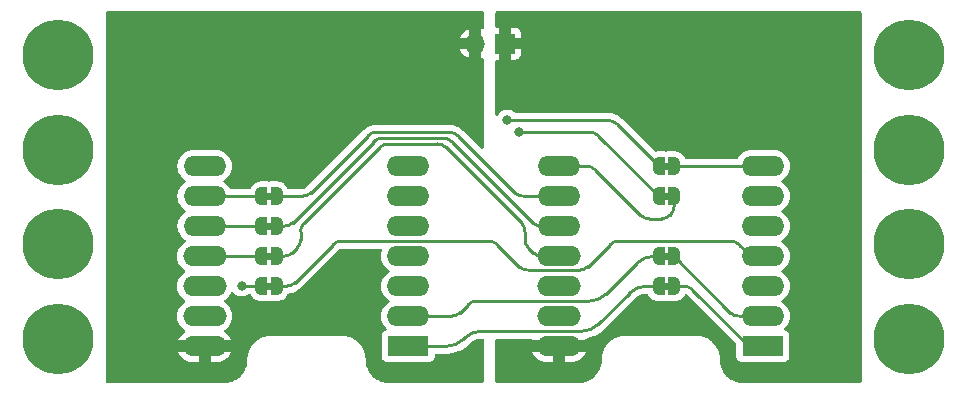
<source format=gbr>
%TF.GenerationSoftware,KiCad,Pcbnew,7.0.5-0*%
%TF.CreationDate,2023-07-26T01:41:50+02:00*%
%TF.ProjectId,esp32c3-wifi-dev,65737033-3263-4332-9d77-6966692d6465,rev?*%
%TF.SameCoordinates,Original*%
%TF.FileFunction,Copper,L2,Bot*%
%TF.FilePolarity,Positive*%
%FSLAX46Y46*%
G04 Gerber Fmt 4.6, Leading zero omitted, Abs format (unit mm)*
G04 Created by KiCad (PCBNEW 7.0.5-0) date 2023-07-26 01:41:50*
%MOMM*%
%LPD*%
G01*
G04 APERTURE LIST*
G04 Aperture macros list*
%AMFreePoly0*
4,1,19,0.500000,-0.750000,0.000000,-0.750000,0.000000,-0.744911,-0.071157,-0.744911,-0.207708,-0.704816,-0.327430,-0.627875,-0.420627,-0.520320,-0.479746,-0.390866,-0.500000,-0.250000,-0.500000,0.250000,-0.479746,0.390866,-0.420627,0.520320,-0.327430,0.627875,-0.207708,0.704816,-0.071157,0.744911,0.000000,0.744911,0.000000,0.750000,0.500000,0.750000,0.500000,-0.750000,0.500000,-0.750000,
$1*%
%AMFreePoly1*
4,1,19,0.000000,0.744911,0.071157,0.744911,0.207708,0.704816,0.327430,0.627875,0.420627,0.520320,0.479746,0.390866,0.500000,0.250000,0.500000,-0.250000,0.479746,-0.390866,0.420627,-0.520320,0.327430,-0.627875,0.207708,-0.704816,0.071157,-0.744911,0.000000,-0.744911,0.000000,-0.750000,-0.500000,-0.750000,-0.500000,0.750000,0.000000,0.750000,0.000000,0.744911,0.000000,0.744911,
$1*%
G04 Aperture macros list end*
%TA.AperFunction,ComponentPad*%
%ADD10R,3.500000X1.700000*%
%TD*%
%TA.AperFunction,ComponentPad*%
%ADD11O,3.600000X1.700000*%
%TD*%
%TA.AperFunction,ComponentPad*%
%ADD12O,3.700000X1.700000*%
%TD*%
%TA.AperFunction,ComponentPad*%
%ADD13C,6.000000*%
%TD*%
%TA.AperFunction,ComponentPad*%
%ADD14R,1.700000X1.700000*%
%TD*%
%TA.AperFunction,ComponentPad*%
%ADD15O,1.700000X1.700000*%
%TD*%
%TA.AperFunction,SMDPad,CuDef*%
%ADD16FreePoly0,0.000000*%
%TD*%
%TA.AperFunction,SMDPad,CuDef*%
%ADD17FreePoly1,0.000000*%
%TD*%
%TA.AperFunction,ViaPad*%
%ADD18C,0.800000*%
%TD*%
%TA.AperFunction,Conductor*%
%ADD19C,0.250000*%
%TD*%
G04 APERTURE END LIST*
%TA.AperFunction,EtchedComponent*%
%TO.C,JP3*%
G36*
X162085000Y-81300000D02*
G01*
X161585000Y-81300000D01*
X161585000Y-80700000D01*
X162085000Y-80700000D01*
X162085000Y-81300000D01*
G37*
%TD.AperFunction*%
%TA.AperFunction,EtchedComponent*%
%TO.C,JP2*%
G36*
X195725000Y-73680000D02*
G01*
X195225000Y-73680000D01*
X195225000Y-73080000D01*
X195725000Y-73080000D01*
X195725000Y-73680000D01*
G37*
%TD.AperFunction*%
%TA.AperFunction,EtchedComponent*%
%TO.C,JP4*%
G36*
X162085000Y-78760000D02*
G01*
X161585000Y-78760000D01*
X161585000Y-78160000D01*
X162085000Y-78160000D01*
X162085000Y-78760000D01*
G37*
%TD.AperFunction*%
%TA.AperFunction,EtchedComponent*%
%TO.C,JP6*%
G36*
X162085000Y-83840000D02*
G01*
X161585000Y-83840000D01*
X161585000Y-83240000D01*
X162085000Y-83240000D01*
X162085000Y-83840000D01*
G37*
%TD.AperFunction*%
%TA.AperFunction,EtchedComponent*%
%TO.C,JP1*%
G36*
X195725000Y-76220000D02*
G01*
X195225000Y-76220000D01*
X195225000Y-75620000D01*
X195725000Y-75620000D01*
X195725000Y-76220000D01*
G37*
%TD.AperFunction*%
%TA.AperFunction,EtchedComponent*%
%TO.C,JP7*%
G36*
X195725000Y-83840000D02*
G01*
X195225000Y-83840000D01*
X195225000Y-83240000D01*
X195725000Y-83240000D01*
X195725000Y-83840000D01*
G37*
%TD.AperFunction*%
%TA.AperFunction,EtchedComponent*%
%TO.C,JP5*%
G36*
X162085000Y-76220000D02*
G01*
X161585000Y-76220000D01*
X161585000Y-75620000D01*
X162085000Y-75620000D01*
X162085000Y-76220000D01*
G37*
%TD.AperFunction*%
%TA.AperFunction,EtchedComponent*%
%TO.C,JP8*%
G36*
X195725000Y-81300000D02*
G01*
X195225000Y-81300000D01*
X195225000Y-80700000D01*
X195725000Y-80700000D01*
X195725000Y-81300000D01*
G37*
%TD.AperFunction*%
%TD*%
D10*
%TO.P,U2,1,GPIO2_A0_D0*%
%TO.N,/ESP32C3-D0*%
X203625000Y-88620000D03*
D11*
%TO.P,U2,2,GPIO3_A1_D1*%
%TO.N,/ESP32C3-D1*%
X203625000Y-86080000D03*
%TO.P,U2,3,GPIO4_A2_D2*%
%TO.N,unconnected-(U2-GPIO4_A2_D2-Pad3)*%
X203625000Y-83540000D03*
%TO.P,U2,4,GPIO5_A3_D3*%
%TO.N,/ESP32C3-CSn*%
X203625000Y-81000000D03*
%TO.P,U2,5,GPIO6_SDA_D4*%
%TO.N,unconnected-(U2-GPIO6_SDA_D4-Pad5)*%
X203625000Y-78460000D03*
%TO.P,U2,6,GPIO7_SCL_D5*%
%TO.N,unconnected-(U2-GPIO7_SCL_D5-Pad6)*%
X203625000Y-75920000D03*
%TO.P,U2,7,GPIO21_TX_D6*%
%TO.N,/ESP32C3-TXD*%
X203625000Y-73380000D03*
%TO.P,U2,8,GPIO20_RX_D7*%
%TO.N,/ESP32C3-RXD*%
X186375000Y-73380000D03*
%TO.P,U2,9,GPIO8_SCK_D8*%
%TO.N,/ESP32C3-SCK*%
X186375000Y-75920000D03*
%TO.P,U2,10,GPIO9_MISO_D9*%
%TO.N,/ESP32C3-MISO*%
X186375000Y-78460000D03*
D12*
%TO.P,U2,11,GPIO10_MOSI_D10*%
%TO.N,/ESP32C3-MOSI*%
X186375000Y-81000000D03*
%TO.P,U2,12,3v3*%
%TO.N,unconnected-(U2-3v3-Pad12)*%
X186375000Y-83540000D03*
%TO.P,U2,13,GND*%
%TO.N,GND*%
X186375000Y-86080000D03*
%TO.P,U2,14,5v0*%
%TO.N,/ESP32C3-5v0*%
X186375000Y-88620000D03*
%TD*%
D13*
%TO.P,J2,1,Pin_1*%
%TO.N,GND*%
X144000000Y-64000000D03*
%TO.P,J2,2,Pin_2*%
X144000000Y-72000000D03*
%TO.P,J2,3,Pin_3*%
X144000000Y-80000000D03*
%TO.P,J2,4,Pin_4*%
X144000000Y-88000000D03*
%TD*%
%TO.P,J3,1,Pin_1*%
%TO.N,GND*%
X216000000Y-64000000D03*
%TO.P,J3,2,Pin_2*%
X216000000Y-72000000D03*
%TO.P,J3,3,Pin_3*%
X216000000Y-80000000D03*
%TO.P,J3,4,Pin_4*%
X216000000Y-88000000D03*
%TD*%
D10*
%TO.P,U1,1,P26_A0_D0*%
%TO.N,/RP2040-D0*%
X173625000Y-88620000D03*
D11*
%TO.P,U1,2,P27_A1_D1*%
%TO.N,/RP2040-D1*%
X173625000Y-86080000D03*
%TO.P,U1,3,P28_A2_D2*%
%TO.N,/RP2040-TXD*%
X173625000Y-83540000D03*
%TO.P,U1,4,P29_A3_D3*%
%TO.N,/RP2040-RXD*%
X173625000Y-81000000D03*
%TO.P,U1,5,P6_SDA_D4*%
%TO.N,unconnected-(U1-P6_SDA_D4-Pad5)*%
X173625000Y-78460000D03*
%TO.P,U1,6,P7_SCL_D5*%
%TO.N,unconnected-(U1-P7_SCL_D5-Pad6)*%
X173625000Y-75920000D03*
%TO.P,U1,7,P0_TX_D6*%
%TO.N,unconnected-(U1-P0_TX_D6-Pad7)*%
X173625000Y-73380000D03*
%TO.P,U1,8,P1_RX_D7*%
%TO.N,/RP2040-CSn*%
X156375000Y-73380000D03*
%TO.P,U1,9,P2_SCK_D8*%
%TO.N,/RP2040-SCK*%
X156375000Y-75920000D03*
%TO.P,U1,10,P4_MISO_D9*%
%TO.N,/RP2040-MISO*%
X156375000Y-78460000D03*
D12*
%TO.P,U1,11,P3_MOSI_D10*%
%TO.N,/RP2040-MOSI*%
X156375000Y-81000000D03*
%TO.P,U1,12,3v3*%
%TO.N,unconnected-(U1-3v3-Pad12)*%
X156375000Y-83540000D03*
%TO.P,U1,13,GND*%
%TO.N,GND*%
X156375000Y-86080000D03*
%TO.P,U1,14,5v0*%
%TO.N,/RP2040-5v0*%
X156375000Y-88620000D03*
%TD*%
D14*
%TO.P,J1,1,Pin_1*%
%TO.N,/ESP32C3-5v0*%
X181805000Y-63000000D03*
D15*
%TO.P,J1,2,Pin_2*%
%TO.N,/RP2040-5v0*%
X179265000Y-63000000D03*
%TD*%
D16*
%TO.P,JP3,1,A*%
%TO.N,/RP2040-MOSI*%
X161185000Y-81000000D03*
D17*
%TO.P,JP3,2,B*%
%TO.N,/ESP32C3-MOSI*%
X162485000Y-81000000D03*
%TD*%
D16*
%TO.P,JP2,1,A*%
%TO.N,/RP2040-RXD*%
X194825000Y-73380000D03*
D17*
%TO.P,JP2,2,B*%
%TO.N,/ESP32C3-TXD*%
X196125000Y-73380000D03*
%TD*%
D16*
%TO.P,JP4,1,A*%
%TO.N,/RP2040-MISO*%
X161185000Y-78460000D03*
D17*
%TO.P,JP4,2,B*%
%TO.N,/ESP32C3-MISO*%
X162485000Y-78460000D03*
%TD*%
D16*
%TO.P,JP6,1,A*%
%TO.N,/RP2040-CSn*%
X161185000Y-83540000D03*
D17*
%TO.P,JP6,2,B*%
%TO.N,/ESP32C3-CSn*%
X162485000Y-83540000D03*
%TD*%
D16*
%TO.P,JP1,1,A*%
%TO.N,/RP2040-TXD*%
X194825000Y-75920000D03*
D17*
%TO.P,JP1,2,B*%
%TO.N,/ESP32C3-RXD*%
X196125000Y-75920000D03*
%TD*%
D16*
%TO.P,JP7,1,A*%
%TO.N,/RP2040-D0*%
X194825000Y-83540000D03*
D17*
%TO.P,JP7,2,B*%
%TO.N,/ESP32C3-D0*%
X196125000Y-83540000D03*
%TD*%
D16*
%TO.P,JP5,1,A*%
%TO.N,/RP2040-SCK*%
X161185000Y-75920000D03*
D17*
%TO.P,JP5,2,B*%
%TO.N,/ESP32C3-SCK*%
X162485000Y-75920000D03*
%TD*%
D16*
%TO.P,JP8,1,A*%
%TO.N,/RP2040-D1*%
X194825000Y-81000000D03*
D17*
%TO.P,JP8,2,B*%
%TO.N,/ESP32C3-D1*%
X196125000Y-81000000D03*
%TD*%
D18*
%TO.N,/RP2040-CSn*%
X159500000Y-83500000D03*
%TO.N,/RP2040-TXD*%
X183000000Y-70500000D03*
%TO.N,/RP2040-RXD*%
X182000000Y-69500000D03*
%TD*%
D19*
%TO.N,/RP2040-RXD*%
X191252900Y-69792886D02*
G75*
G03*
X190545786Y-69500000I-707100J-707114D01*
G01*
%TO.N,/RP2040-TXD*%
X189697900Y-70792886D02*
G75*
G03*
X188990786Y-70500000I-707100J-707114D01*
G01*
%TO.N,/ESP32C3-RXD*%
X195060786Y-77824990D02*
G75*
G03*
X195767893Y-77532107I14J999990D01*
G01*
X195832114Y-77467900D02*
G75*
G03*
X196125000Y-76760786I-707114J707100D01*
G01*
X193277100Y-77532114D02*
G75*
G03*
X193984214Y-77825000I707100J707114D01*
G01*
X189417900Y-73672886D02*
G75*
G03*
X188710786Y-73380000I-707100J-707114D01*
G01*
%TO.N,/ESP32C3-D0*%
X197672900Y-83832886D02*
G75*
G03*
X196965786Y-83540000I-707100J-707114D01*
G01*
%TO.N,/ESP32C3-D1*%
X200897100Y-85787114D02*
G75*
G03*
X201604214Y-86080000I707100J707114D01*
G01*
%TO.N,/ESP32C3-CSn*%
X181162900Y-80022886D02*
G75*
G03*
X180455786Y-79730000I-707100J-707114D01*
G01*
X183022100Y-81882114D02*
G75*
G03*
X183729214Y-82175000I707100J707114D01*
G01*
X167949214Y-79730010D02*
G75*
G03*
X167242107Y-80022893I-14J-999990D01*
G01*
X163310786Y-83539990D02*
G75*
G03*
X164017893Y-83247107I14J999990D01*
G01*
X188126636Y-82175025D02*
G75*
G03*
X188833742Y-81882106I-36J1000025D01*
G01*
X201647900Y-80022886D02*
G75*
G03*
X200940786Y-79730000I-707100J-707114D01*
G01*
X191400064Y-79729975D02*
G75*
G03*
X190692958Y-80022894I36J-1000025D01*
G01*
%TO.N,/ESP32C3-SCK*%
X177792900Y-70792886D02*
G75*
G03*
X177085786Y-70500000I-707100J-707114D01*
G01*
X182627100Y-75627114D02*
G75*
G03*
X183334214Y-75920000I707100J707114D01*
G01*
X170914214Y-70500010D02*
G75*
G03*
X170207107Y-70792893I-14J-999990D01*
G01*
X164665786Y-75919990D02*
G75*
G03*
X165372893Y-75627107I14J999990D01*
G01*
%TO.N,/ESP32C3-MISO*%
X184167100Y-78167114D02*
G75*
G03*
X184874214Y-78460000I707100J707114D01*
G01*
X177292900Y-71292886D02*
G75*
G03*
X176585786Y-71000000I-707100J-707114D01*
G01*
X171414214Y-71000010D02*
G75*
G03*
X170707107Y-71292893I-14J-999990D01*
G01*
X163125786Y-78459990D02*
G75*
G03*
X163832893Y-78167107I14J999990D01*
G01*
%TO.N,/ESP32C3-MOSI*%
X163100786Y-80999990D02*
G75*
G03*
X163807893Y-80707107I14J999990D01*
G01*
X164207114Y-80307900D02*
G75*
G03*
X164500000Y-79600786I-707114J707100D01*
G01*
X183499990Y-78914214D02*
G75*
G03*
X183207107Y-78207107I-999990J14D01*
G01*
X164792886Y-78207100D02*
G75*
G03*
X164500000Y-78914214I707114J-707100D01*
G01*
X176792900Y-71792886D02*
G75*
G03*
X176085786Y-71500000I-707100J-707114D01*
G01*
X171914214Y-71500010D02*
G75*
G03*
X171207107Y-71792893I-14J-999990D01*
G01*
X184207100Y-80707114D02*
G75*
G03*
X184914214Y-81000000I707100J707114D01*
G01*
X183500010Y-79585786D02*
G75*
G03*
X183792893Y-80292893I999990J-14D01*
G01*
%TO.N,/RP2040-D1*%
X194398427Y-81000020D02*
G75*
G03*
X192984214Y-81585788I-27J-1999980D01*
G01*
X188931573Y-84809980D02*
G75*
G03*
X190345785Y-84224213I27J1999980D01*
G01*
%TO.N,/RP2040-D0*%
X193763427Y-83540020D02*
G75*
G03*
X192349215Y-84125787I-27J-1999980D01*
G01*
X176866573Y-88619980D02*
G75*
G03*
X178280786Y-88034212I27J1999980D01*
G01*
X188296573Y-87349980D02*
G75*
G03*
X189710786Y-86764212I27J1999980D01*
G01*
X179793427Y-87350020D02*
G75*
G03*
X178379215Y-87935787I-27J-1999980D01*
G01*
%TO.N,/RP2040-D1*%
X179379214Y-84810010D02*
G75*
G03*
X178672107Y-85102893I-14J-999990D01*
G01*
X177280786Y-86079990D02*
G75*
G03*
X177987893Y-85787107I14J999990D01*
G01*
%TO.N,/ESP32C3-MOSI*%
X162485000Y-81000000D02*
X163100786Y-81000000D01*
X184914214Y-81000000D02*
X187375000Y-81000000D01*
X163807893Y-80707107D02*
X164207107Y-80307893D01*
X183500000Y-78914214D02*
X183500000Y-79585786D01*
X164500000Y-79600786D02*
X164500000Y-78914214D01*
X164792893Y-78207107D02*
X171207107Y-71792893D01*
X171914214Y-71500000D02*
X176085786Y-71500000D01*
X176792893Y-71792893D02*
X183207107Y-78207107D01*
X183792893Y-80292893D02*
X184207107Y-80707107D01*
%TO.N,/ESP32C3-MISO*%
X162485000Y-78460000D02*
X163125786Y-78460000D01*
X163832893Y-78167107D02*
X170707107Y-71292893D01*
X171414214Y-71000000D02*
X176585786Y-71000000D01*
X184874214Y-78460000D02*
X187375000Y-78460000D01*
X177292893Y-71292893D02*
X184167107Y-78167107D01*
%TO.N,/ESP32C3-SCK*%
X162485000Y-75920000D02*
X164665786Y-75920000D01*
X165372893Y-75627107D02*
X170207107Y-70792893D01*
X170914214Y-70500000D02*
X177085786Y-70500000D01*
X177792893Y-70792893D02*
X182627107Y-75627107D01*
X183334214Y-75920000D02*
X187375000Y-75920000D01*
%TO.N,/RP2040-TXD*%
X183000000Y-70500000D02*
X188990786Y-70500000D01*
X189697893Y-70792893D02*
X194825000Y-75920000D01*
%TO.N,/RP2040-RXD*%
X182000000Y-69500000D02*
X190545786Y-69500000D01*
X191252893Y-69792893D02*
X194825000Y-73365000D01*
X194825000Y-73365000D02*
X194825000Y-73380000D01*
%TO.N,/RP2040-CSn*%
X159500000Y-83500000D02*
X161145000Y-83500000D01*
X161145000Y-83500000D02*
X161185000Y-83540000D01*
%TO.N,/ESP32C3-RXD*%
X187375000Y-73380000D02*
X188710786Y-73380000D01*
X189417893Y-73672893D02*
X193277107Y-77532107D01*
X196125000Y-76760786D02*
X196125000Y-75920000D01*
X195767893Y-77532107D02*
X195832107Y-77467893D01*
X193984214Y-77825000D02*
X195060786Y-77825000D01*
%TO.N,/ESP32C3-TXD*%
X202625000Y-73380000D02*
X196125000Y-73380000D01*
%TO.N,/RP2040-MOSI*%
X157375000Y-81000000D02*
X161185000Y-81000000D01*
%TO.N,/RP2040-MISO*%
X157375000Y-78460000D02*
X161185000Y-78460000D01*
%TO.N,/RP2040-SCK*%
X157375000Y-75920000D02*
X161185000Y-75920000D01*
%TO.N,/ESP32C3-CSn*%
X191400064Y-79730000D02*
X200940786Y-79730000D01*
X201647893Y-80022893D02*
X202625000Y-81000000D01*
X188833743Y-81882107D02*
X190692957Y-80022893D01*
X164017893Y-83247107D02*
X167242107Y-80022893D01*
X162485000Y-83540000D02*
X163310786Y-83540000D01*
X183729214Y-82175000D02*
X188126636Y-82175000D01*
X181162893Y-80022893D02*
X183022107Y-81882107D01*
X167949214Y-79730000D02*
X180455786Y-79730000D01*
%TO.N,/RP2040-D0*%
X179793427Y-87350000D02*
X188296573Y-87350000D01*
X178280787Y-88034213D02*
X178379214Y-87935786D01*
X189710787Y-86764213D02*
X192349214Y-84125786D01*
X193763427Y-83540000D02*
X194825000Y-83540000D01*
X172625000Y-88620000D02*
X176866573Y-88620000D01*
%TO.N,/ESP32C3-D0*%
X202625000Y-88620000D02*
X202460000Y-88620000D01*
X196965786Y-83540000D02*
X196125000Y-83540000D01*
X202460000Y-88620000D02*
X197672893Y-83832893D01*
%TO.N,/RP2040-D1*%
X188931573Y-84810000D02*
X179379214Y-84810000D01*
X178672107Y-85102893D02*
X177987893Y-85787107D01*
X194825000Y-81000000D02*
X194398427Y-81000000D01*
X177280786Y-86080000D02*
X172625000Y-86080000D01*
X192984213Y-81585787D02*
X190345786Y-84224214D01*
%TO.N,/ESP32C3-D1*%
X202625000Y-86080000D02*
X201604214Y-86080000D01*
X196125000Y-81015000D02*
X196125000Y-81000000D01*
X200897107Y-85787107D02*
X196125000Y-81015000D01*
%TD*%
%TA.AperFunction,Conductor*%
%TO.N,/ESP32C3-5v0*%
G36*
X211943039Y-60270185D02*
G01*
X211988794Y-60322989D01*
X212000000Y-60374500D01*
X212000000Y-91625500D01*
X211980315Y-91692539D01*
X211927511Y-91738294D01*
X211876000Y-91749500D01*
X202002024Y-91749500D01*
X201997974Y-91749367D01*
X201967355Y-91747360D01*
X201916413Y-91744021D01*
X201734560Y-91731015D01*
X201726880Y-91729980D01*
X201610590Y-91706848D01*
X201466352Y-91675472D01*
X201459596Y-91673597D01*
X201341465Y-91633497D01*
X201339727Y-91632878D01*
X201208258Y-91583842D01*
X201202499Y-91581356D01*
X201088204Y-91524992D01*
X201085912Y-91523802D01*
X200965091Y-91457828D01*
X200960357Y-91454961D01*
X200853349Y-91383461D01*
X200850639Y-91381543D01*
X200810592Y-91351564D01*
X200741353Y-91299732D01*
X200737648Y-91296729D01*
X200640492Y-91211526D01*
X200637549Y-91208769D01*
X200541228Y-91112448D01*
X200538469Y-91109502D01*
X200505450Y-91071851D01*
X200453265Y-91012345D01*
X200450271Y-91008652D01*
X200368454Y-90899358D01*
X200366537Y-90896649D01*
X200295037Y-90789641D01*
X200292170Y-90784907D01*
X200226173Y-90664042D01*
X200225024Y-90661830D01*
X200168635Y-90547483D01*
X200166156Y-90541740D01*
X200117103Y-90410224D01*
X200116531Y-90408618D01*
X200076395Y-90290383D01*
X200074531Y-90283666D01*
X200043150Y-90139408D01*
X200020015Y-90023102D01*
X200018985Y-90015459D01*
X200005992Y-89833793D01*
X200003256Y-89792056D01*
X200000633Y-89752018D01*
X200000500Y-89747963D01*
X200000500Y-89618886D01*
X200000499Y-89618872D01*
X199987202Y-89517873D01*
X199981260Y-89472743D01*
X199981308Y-89472435D01*
X199980945Y-89470351D01*
X199979111Y-89456425D01*
X199978741Y-89452772D01*
X199973349Y-89377390D01*
X199968036Y-89362672D01*
X199967062Y-89362866D01*
X199966271Y-89358891D01*
X199966270Y-89358887D01*
X199966270Y-89358884D01*
X199923016Y-89197457D01*
X199923027Y-89196965D01*
X199922142Y-89194197D01*
X199914592Y-89166019D01*
X199913912Y-89163214D01*
X199903193Y-89113936D01*
X199898999Y-89107032D01*
X199828437Y-88936680D01*
X199828324Y-88935638D01*
X199825946Y-88930666D01*
X199809888Y-88891901D01*
X199802310Y-88873605D01*
X199801503Y-88871552D01*
X199796786Y-88858907D01*
X199792299Y-88853354D01*
X199787305Y-88844705D01*
X199699452Y-88692538D01*
X199699028Y-88690789D01*
X199698683Y-88690328D01*
X199694619Y-88684166D01*
X199666924Y-88636197D01*
X199665238Y-88634000D01*
X199657175Y-88621616D01*
X199651936Y-88616665D01*
X199538517Y-88468855D01*
X199537535Y-88466315D01*
X199536251Y-88465031D01*
X199530899Y-88458927D01*
X199507281Y-88428148D01*
X199507274Y-88428140D01*
X199494209Y-88415075D01*
X199485357Y-88404859D01*
X199480503Y-88401369D01*
X199348629Y-88269495D01*
X199346733Y-88266023D01*
X199334923Y-88255789D01*
X199321860Y-88242726D01*
X199321851Y-88242718D01*
X199321851Y-88242717D01*
X199291066Y-88219096D01*
X199284968Y-88213747D01*
X199284480Y-88213259D01*
X199281145Y-88211483D01*
X199133331Y-88098060D01*
X199130528Y-88094222D01*
X199116000Y-88084762D01*
X199113803Y-88083076D01*
X199065834Y-88055380D01*
X199059850Y-88051433D01*
X199057458Y-88050545D01*
X198896643Y-87957699D01*
X198893067Y-87953948D01*
X198878431Y-87948490D01*
X198876372Y-87947680D01*
X198819329Y-87924052D01*
X198814844Y-87921906D01*
X198813318Y-87921562D01*
X198642964Y-87850999D01*
X198638387Y-87847311D01*
X198586774Y-87836083D01*
X198583906Y-87835387D01*
X198555831Y-87827864D01*
X198553277Y-87827048D01*
X198552539Y-87826983D01*
X198391112Y-87783729D01*
X198387134Y-87782938D01*
X198387407Y-87781565D01*
X198377011Y-87776964D01*
X198297219Y-87771257D01*
X198293555Y-87770885D01*
X198284254Y-87769661D01*
X198279666Y-87769056D01*
X198277721Y-87768717D01*
X198277253Y-87768739D01*
X198131127Y-87749500D01*
X198131120Y-87749500D01*
X198000099Y-87749500D01*
X197995239Y-87749500D01*
X197990815Y-87749342D01*
X197975275Y-87748230D01*
X197968300Y-87749500D01*
X192031699Y-87749500D01*
X192026856Y-87748077D01*
X192009184Y-87749342D01*
X192004760Y-87749500D01*
X192000500Y-87749500D01*
X192000000Y-87749500D01*
X191868880Y-87749500D01*
X191868874Y-87749500D01*
X191868869Y-87749501D01*
X191722744Y-87768739D01*
X191722433Y-87768690D01*
X191720324Y-87769058D01*
X191706448Y-87770884D01*
X191702781Y-87771256D01*
X191627427Y-87776646D01*
X191612674Y-87781975D01*
X191612866Y-87782938D01*
X191608887Y-87783729D01*
X191447458Y-87826983D01*
X191446962Y-87826971D01*
X191444161Y-87827867D01*
X191416095Y-87835387D01*
X191413226Y-87836083D01*
X191363938Y-87846805D01*
X191357035Y-87850999D01*
X191186680Y-87921562D01*
X191185639Y-87921673D01*
X191180664Y-87924054D01*
X191123630Y-87947678D01*
X191121571Y-87948488D01*
X191108906Y-87953211D01*
X191103356Y-87957699D01*
X190942540Y-88050546D01*
X190940785Y-88050971D01*
X190940315Y-88051324D01*
X190934157Y-88055385D01*
X190886196Y-88083076D01*
X190883997Y-88084764D01*
X190871612Y-88092827D01*
X190866665Y-88098063D01*
X190718857Y-88211481D01*
X190716313Y-88212464D01*
X190715028Y-88213750D01*
X190708928Y-88219100D01*
X190678144Y-88242722D01*
X190678138Y-88242727D01*
X190665074Y-88255791D01*
X190654856Y-88264645D01*
X190651370Y-88269495D01*
X190519495Y-88401370D01*
X190516024Y-88403265D01*
X190505791Y-88415074D01*
X190492727Y-88428138D01*
X190492722Y-88428144D01*
X190469100Y-88458928D01*
X190463750Y-88465028D01*
X190463258Y-88465519D01*
X190461481Y-88468857D01*
X190348063Y-88616665D01*
X190344222Y-88619468D01*
X190334764Y-88633997D01*
X190333076Y-88636196D01*
X190305385Y-88684157D01*
X190301433Y-88690148D01*
X190300546Y-88692540D01*
X190207699Y-88853356D01*
X190203948Y-88856931D01*
X190198488Y-88871571D01*
X190197678Y-88873630D01*
X190174054Y-88930664D01*
X190171905Y-88935155D01*
X190171562Y-88936680D01*
X190100999Y-89107035D01*
X190097311Y-89111610D01*
X190086083Y-89163226D01*
X190085387Y-89166095D01*
X190077867Y-89194161D01*
X190077047Y-89196724D01*
X190076983Y-89197458D01*
X190033729Y-89358887D01*
X190032938Y-89362866D01*
X190031566Y-89362593D01*
X190026963Y-89372990D01*
X190021256Y-89452781D01*
X190020884Y-89456448D01*
X190019058Y-89470324D01*
X190018717Y-89472278D01*
X190018739Y-89472744D01*
X189999501Y-89618869D01*
X189999500Y-89618886D01*
X189999500Y-89747976D01*
X189999367Y-89752033D01*
X189994021Y-89833585D01*
X189981015Y-90015438D01*
X189979980Y-90023118D01*
X189956848Y-90139408D01*
X189925472Y-90283646D01*
X189923597Y-90290402D01*
X189883497Y-90408533D01*
X189882878Y-90410271D01*
X189833842Y-90541740D01*
X189831356Y-90547499D01*
X189774992Y-90661794D01*
X189773802Y-90664086D01*
X189707828Y-90784907D01*
X189704961Y-90789641D01*
X189633461Y-90896649D01*
X189631543Y-90899359D01*
X189549744Y-91008631D01*
X189546723Y-91012357D01*
X189461529Y-91109502D01*
X189458755Y-91112464D01*
X189362464Y-91208755D01*
X189359502Y-91211529D01*
X189262357Y-91296723D01*
X189258631Y-91299744D01*
X189149359Y-91381543D01*
X189146649Y-91383461D01*
X189039641Y-91454961D01*
X189034907Y-91457828D01*
X188914086Y-91523802D01*
X188911794Y-91524992D01*
X188797499Y-91581356D01*
X188791740Y-91583842D01*
X188660271Y-91632878D01*
X188658533Y-91633497D01*
X188540402Y-91673597D01*
X188533646Y-91675472D01*
X188389408Y-91706848D01*
X188273118Y-91729980D01*
X188265438Y-91731015D01*
X188083585Y-91744021D01*
X188027608Y-91747690D01*
X188002025Y-91749367D01*
X187997976Y-91749500D01*
X181124000Y-91749500D01*
X181056961Y-91729815D01*
X181011206Y-91677011D01*
X181000000Y-91625500D01*
X181000000Y-89120000D01*
X184118594Y-89120000D01*
X184201400Y-89297578D01*
X184201402Y-89297582D01*
X184336886Y-89491073D01*
X184336891Y-89491079D01*
X184503920Y-89658108D01*
X184503926Y-89658113D01*
X184697420Y-89793599D01*
X184697422Y-89793600D01*
X184911507Y-89893429D01*
X184911516Y-89893433D01*
X185139673Y-89954567D01*
X185139683Y-89954569D01*
X185316053Y-89969999D01*
X185316054Y-89970000D01*
X185875000Y-89970000D01*
X185875000Y-89120000D01*
X184118594Y-89120000D01*
X181000000Y-89120000D01*
X181000000Y-88099500D01*
X181019685Y-88032461D01*
X181072489Y-87986706D01*
X181124000Y-87975500D01*
X183991334Y-87975500D01*
X184058373Y-87995185D01*
X184104128Y-88047989D01*
X184113283Y-88111665D01*
X184118593Y-88120000D01*
X187339237Y-88120000D01*
X187232685Y-88135320D01*
X187101900Y-88195048D01*
X186993239Y-88289202D01*
X186915507Y-88410156D01*
X186875000Y-88548111D01*
X186875000Y-88691889D01*
X186915507Y-88829844D01*
X186993239Y-88950798D01*
X187101900Y-89044952D01*
X187232685Y-89104680D01*
X187339237Y-89120000D01*
X186875000Y-89120000D01*
X186875000Y-89970000D01*
X187433946Y-89970000D01*
X187433946Y-89969999D01*
X187610316Y-89954569D01*
X187610326Y-89954567D01*
X187838483Y-89893433D01*
X187838492Y-89893429D01*
X188052577Y-89793600D01*
X188052579Y-89793599D01*
X188246073Y-89658113D01*
X188246079Y-89658108D01*
X188413105Y-89491082D01*
X188548601Y-89297576D01*
X188631406Y-89120000D01*
X187410763Y-89120000D01*
X187517315Y-89104680D01*
X187648100Y-89044952D01*
X187756761Y-88950798D01*
X187834493Y-88829844D01*
X187875000Y-88691889D01*
X187875000Y-88548111D01*
X187834493Y-88410156D01*
X187756761Y-88289202D01*
X187648100Y-88195048D01*
X187517315Y-88135320D01*
X187410763Y-88120000D01*
X188631405Y-88120000D01*
X188630917Y-88118954D01*
X188620425Y-88049876D01*
X188648944Y-87986092D01*
X188707420Y-87947852D01*
X188729411Y-87943328D01*
X188737045Y-87942469D01*
X189024541Y-87876853D01*
X189302883Y-87779461D01*
X189568571Y-87651516D01*
X189818262Y-87494628D01*
X190048818Y-87310770D01*
X190097204Y-87262384D01*
X190097207Y-87262383D01*
X190178439Y-87181151D01*
X190206783Y-87152808D01*
X190206783Y-87152807D01*
X190216984Y-87142607D01*
X190216991Y-87142597D01*
X192790077Y-84569512D01*
X192793025Y-84566752D01*
X192865849Y-84502889D01*
X192923627Y-84452220D01*
X192930052Y-84447290D01*
X193072794Y-84351915D01*
X193079808Y-84347865D01*
X193233775Y-84271939D01*
X193241277Y-84268832D01*
X193403834Y-84213653D01*
X193411655Y-84211558D01*
X193580034Y-84178068D01*
X193588066Y-84177011D01*
X193693280Y-84170116D01*
X193761696Y-84165633D01*
X193765750Y-84165500D01*
X193811244Y-84165500D01*
X193878281Y-84185185D01*
X193924036Y-84237988D01*
X193940095Y-84273153D01*
X193940105Y-84273171D01*
X194017896Y-84394216D01*
X194017899Y-84394220D01*
X194017903Y-84394226D01*
X194017908Y-84394231D01*
X194017912Y-84394237D01*
X194085447Y-84472177D01*
X194112057Y-84502887D01*
X194112060Y-84502890D01*
X194220830Y-84597139D01*
X194281307Y-84636004D01*
X194341778Y-84674868D01*
X194341780Y-84674868D01*
X194341784Y-84674871D01*
X194472700Y-84734658D01*
X194610655Y-84775165D01*
X194753111Y-84795647D01*
X194753114Y-84795647D01*
X195325000Y-84795647D01*
X195396961Y-84790500D01*
X195434270Y-84779544D01*
X195486848Y-84775784D01*
X195625000Y-84795647D01*
X195625003Y-84795647D01*
X196196886Y-84795647D01*
X196196889Y-84795647D01*
X196339345Y-84775165D01*
X196477300Y-84734658D01*
X196608216Y-84674871D01*
X196729170Y-84597139D01*
X196729174Y-84597136D01*
X196837943Y-84502887D01*
X196884165Y-84449543D01*
X196932088Y-84394237D01*
X196932089Y-84394234D01*
X196932097Y-84394226D01*
X197009051Y-84274481D01*
X197061854Y-84228728D01*
X197131013Y-84218784D01*
X197188851Y-84243145D01*
X197227321Y-84272663D01*
X197233424Y-84278015D01*
X197245410Y-84290000D01*
X199393186Y-86437776D01*
X201338181Y-88382771D01*
X201371666Y-88444094D01*
X201374500Y-88470452D01*
X201374500Y-89517870D01*
X201374501Y-89517876D01*
X201380908Y-89577483D01*
X201431202Y-89712328D01*
X201431206Y-89712335D01*
X201517452Y-89827544D01*
X201517455Y-89827547D01*
X201632664Y-89913793D01*
X201632671Y-89913797D01*
X201767517Y-89964091D01*
X201767516Y-89964091D01*
X201774444Y-89964835D01*
X201827127Y-89970500D01*
X205422872Y-89970499D01*
X205482483Y-89964091D01*
X205617331Y-89913796D01*
X205732546Y-89827546D01*
X205818796Y-89712331D01*
X205869091Y-89577483D01*
X205875500Y-89517873D01*
X205875499Y-87722128D01*
X205869091Y-87662517D01*
X205864987Y-87651514D01*
X205818797Y-87527671D01*
X205818793Y-87527664D01*
X205732547Y-87412455D01*
X205732544Y-87412452D01*
X205617335Y-87326206D01*
X205617328Y-87326202D01*
X205522335Y-87290772D01*
X205466401Y-87248901D01*
X205441984Y-87183436D01*
X205456836Y-87115163D01*
X205477987Y-87086909D01*
X205477986Y-87086909D01*
X205613495Y-86951401D01*
X205749035Y-86757830D01*
X205848903Y-86543663D01*
X205910063Y-86315408D01*
X205930659Y-86080000D01*
X205910063Y-85844592D01*
X205848903Y-85616337D01*
X205749035Y-85402171D01*
X205749034Y-85402169D01*
X205613494Y-85208597D01*
X205446403Y-85041506D01*
X205376410Y-84992497D01*
X205260838Y-84911573D01*
X205217215Y-84856999D01*
X205210021Y-84787500D01*
X205241543Y-84725145D01*
X205260836Y-84708428D01*
X205446401Y-84578495D01*
X205613495Y-84411401D01*
X205749035Y-84217830D01*
X205848903Y-84003663D01*
X205910063Y-83775408D01*
X205930659Y-83540000D01*
X205910063Y-83304592D01*
X205848903Y-83076337D01*
X205749035Y-82862171D01*
X205749034Y-82862169D01*
X205613494Y-82668597D01*
X205446402Y-82501505D01*
X205260840Y-82371574D01*
X205217215Y-82316997D01*
X205210021Y-82247499D01*
X205241544Y-82185144D01*
X205260824Y-82168436D01*
X205446401Y-82038495D01*
X205613495Y-81871401D01*
X205749035Y-81677830D01*
X205848903Y-81463663D01*
X205910063Y-81235408D01*
X205930659Y-81000000D01*
X205910063Y-80764592D01*
X205848903Y-80536337D01*
X205749035Y-80322171D01*
X205737896Y-80306262D01*
X205613494Y-80128597D01*
X205446403Y-79961506D01*
X205363664Y-79903572D01*
X205260838Y-79831573D01*
X205217215Y-79776999D01*
X205210021Y-79707500D01*
X205241543Y-79645145D01*
X205260836Y-79628428D01*
X205446401Y-79498495D01*
X205613495Y-79331401D01*
X205749035Y-79137830D01*
X205848903Y-78923663D01*
X205910063Y-78695408D01*
X205930659Y-78460000D01*
X205910063Y-78224592D01*
X205848903Y-77996337D01*
X205749035Y-77782171D01*
X205749034Y-77782169D01*
X205613494Y-77588597D01*
X205446403Y-77421506D01*
X205376410Y-77372497D01*
X205260838Y-77291573D01*
X205217215Y-77236999D01*
X205210021Y-77167500D01*
X205241543Y-77105145D01*
X205260836Y-77088428D01*
X205446401Y-76958495D01*
X205613495Y-76791401D01*
X205749035Y-76597830D01*
X205848903Y-76383663D01*
X205910063Y-76155408D01*
X205930659Y-75920000D01*
X205910063Y-75684592D01*
X205848903Y-75456337D01*
X205749035Y-75242171D01*
X205749034Y-75242169D01*
X205613494Y-75048597D01*
X205446403Y-74881506D01*
X205308761Y-74785129D01*
X205260838Y-74751573D01*
X205217215Y-74696999D01*
X205210021Y-74627500D01*
X205241543Y-74565145D01*
X205260836Y-74548428D01*
X205446401Y-74418495D01*
X205613495Y-74251401D01*
X205749035Y-74057830D01*
X205848903Y-73843663D01*
X205910063Y-73615408D01*
X205930659Y-73380000D01*
X205910063Y-73144592D01*
X205848903Y-72916337D01*
X205749035Y-72702171D01*
X205749034Y-72702169D01*
X205613494Y-72508597D01*
X205446402Y-72341505D01*
X205252830Y-72205965D01*
X205252828Y-72205964D01*
X205136291Y-72151622D01*
X205038663Y-72106097D01*
X205038659Y-72106096D01*
X205038655Y-72106094D01*
X204810413Y-72044938D01*
X204810403Y-72044936D01*
X204633967Y-72029500D01*
X204633966Y-72029500D01*
X202616034Y-72029500D01*
X202616033Y-72029500D01*
X202439596Y-72044936D01*
X202439586Y-72044938D01*
X202211344Y-72106094D01*
X202211335Y-72106098D01*
X201997171Y-72205964D01*
X201997169Y-72205965D01*
X201803597Y-72341505D01*
X201636506Y-72508597D01*
X201636501Y-72508603D01*
X201501348Y-72701623D01*
X201446771Y-72745248D01*
X201399773Y-72754500D01*
X197138758Y-72754500D01*
X197071719Y-72734815D01*
X197025964Y-72682012D01*
X197009904Y-72646846D01*
X197009904Y-72646845D01*
X197009899Y-72646838D01*
X197009894Y-72646828D01*
X196932103Y-72525783D01*
X196932101Y-72525781D01*
X196932097Y-72525774D01*
X196917219Y-72508604D01*
X196837958Y-72417130D01*
X196837941Y-72417111D01*
X196837940Y-72417110D01*
X196729170Y-72322861D01*
X196693937Y-72300218D01*
X196608221Y-72245131D01*
X196608217Y-72245129D01*
X196608216Y-72245129D01*
X196477300Y-72185342D01*
X196379158Y-72156525D01*
X196339342Y-72144834D01*
X196196889Y-72124353D01*
X195625000Y-72124353D01*
X195624997Y-72124353D01*
X195553040Y-72129499D01*
X195515728Y-72140455D01*
X195463149Y-72144215D01*
X195325000Y-72124353D01*
X194753111Y-72124353D01*
X194717320Y-72129499D01*
X194610660Y-72144834D01*
X194610646Y-72144837D01*
X194587530Y-72151624D01*
X194517661Y-72151622D01*
X194464918Y-72120327D01*
X191755962Y-69411371D01*
X191755950Y-69411357D01*
X191733498Y-69388906D01*
X191733482Y-69388877D01*
X191619858Y-69275255D01*
X191619854Y-69275251D01*
X191563503Y-69232012D01*
X191450808Y-69145540D01*
X191450804Y-69145538D01*
X191450802Y-69145536D01*
X191312600Y-69065747D01*
X191266270Y-69038999D01*
X191266266Y-69038997D01*
X191069396Y-68957453D01*
X190863577Y-68902307D01*
X190863574Y-68902306D01*
X190652332Y-68874499D01*
X190652323Y-68874498D01*
X190652319Y-68874498D01*
X190652311Y-68874498D01*
X190545776Y-68874500D01*
X182703748Y-68874500D01*
X182636709Y-68854815D01*
X182611600Y-68833474D01*
X182605873Y-68827114D01*
X182605869Y-68827110D01*
X182452734Y-68715851D01*
X182452729Y-68715848D01*
X182279807Y-68638857D01*
X182279802Y-68638855D01*
X182134001Y-68607865D01*
X182094646Y-68599500D01*
X181905354Y-68599500D01*
X181872897Y-68606398D01*
X181720197Y-68638855D01*
X181720192Y-68638857D01*
X181547270Y-68715848D01*
X181547265Y-68715851D01*
X181394129Y-68827111D01*
X181267465Y-68967785D01*
X181231387Y-69030276D01*
X181180820Y-69078492D01*
X181112213Y-69091715D01*
X181047348Y-69065747D01*
X181006820Y-69008833D01*
X181000000Y-68968276D01*
X181000000Y-64474000D01*
X181019685Y-64406961D01*
X181072489Y-64361206D01*
X181124000Y-64350000D01*
X181305000Y-64350000D01*
X181305000Y-63071889D01*
X181345507Y-63209844D01*
X181423239Y-63330798D01*
X181531900Y-63424952D01*
X181662685Y-63484680D01*
X181769237Y-63500000D01*
X181840763Y-63500000D01*
X182305000Y-63500000D01*
X182305000Y-64350000D01*
X182702828Y-64350000D01*
X182702844Y-64349999D01*
X182762372Y-64343598D01*
X182762379Y-64343596D01*
X182897086Y-64293354D01*
X182897093Y-64293350D01*
X183012187Y-64207190D01*
X183012190Y-64207187D01*
X183098350Y-64092093D01*
X183098354Y-64092086D01*
X183148596Y-63957379D01*
X183148598Y-63957372D01*
X183154999Y-63897844D01*
X183155000Y-63897827D01*
X183155000Y-63500000D01*
X182305000Y-63500000D01*
X181840763Y-63500000D01*
X181947315Y-63484680D01*
X182078100Y-63424952D01*
X182186761Y-63330798D01*
X182264493Y-63209844D01*
X182305000Y-63071889D01*
X182305000Y-62928111D01*
X182264493Y-62790156D01*
X182186761Y-62669202D01*
X182078100Y-62575048D01*
X181947315Y-62515320D01*
X181840763Y-62500000D01*
X181769237Y-62500000D01*
X181662685Y-62515320D01*
X181531900Y-62575048D01*
X181423239Y-62669202D01*
X181345507Y-62790156D01*
X181305000Y-62928111D01*
X181305000Y-61650000D01*
X182305000Y-61650000D01*
X182305000Y-62500000D01*
X183155000Y-62500000D01*
X183155000Y-62102172D01*
X183154999Y-62102155D01*
X183148598Y-62042627D01*
X183148596Y-62042620D01*
X183098354Y-61907913D01*
X183098350Y-61907906D01*
X183012190Y-61792812D01*
X183012187Y-61792809D01*
X182897093Y-61706649D01*
X182897086Y-61706645D01*
X182762379Y-61656403D01*
X182762372Y-61656401D01*
X182702844Y-61650000D01*
X182305000Y-61650000D01*
X181305000Y-61650000D01*
X181124000Y-61650000D01*
X181056961Y-61630315D01*
X181011206Y-61577511D01*
X181000000Y-61526000D01*
X181000000Y-60374500D01*
X181019685Y-60307461D01*
X181072489Y-60261706D01*
X181124000Y-60250500D01*
X211876000Y-60250500D01*
X211943039Y-60270185D01*
G37*
%TD.AperFunction*%
%TD*%
%TA.AperFunction,Conductor*%
%TO.N,/RP2040-5v0*%
G36*
X179943039Y-60270185D02*
G01*
X179988794Y-60322989D01*
X180000000Y-60374500D01*
X180000000Y-61658534D01*
X179980315Y-61725573D01*
X179927511Y-61771328D01*
X179858353Y-61781272D01*
X179823596Y-61770916D01*
X179765000Y-61743592D01*
X179765000Y-62928111D01*
X179724493Y-62790156D01*
X179646761Y-62669202D01*
X179538100Y-62575048D01*
X179407315Y-62515320D01*
X179300763Y-62500000D01*
X179229237Y-62500000D01*
X179122685Y-62515320D01*
X178991900Y-62575048D01*
X178883239Y-62669202D01*
X178805507Y-62790156D01*
X178765000Y-62928111D01*
X178765000Y-63071889D01*
X178805507Y-63209844D01*
X178883239Y-63330798D01*
X178991900Y-63424952D01*
X179122685Y-63484680D01*
X179229237Y-63500000D01*
X179300763Y-63500000D01*
X179407315Y-63484680D01*
X179538100Y-63424952D01*
X179646761Y-63330798D01*
X179724493Y-63209844D01*
X179765000Y-63071889D01*
X179765000Y-64256404D01*
X179823594Y-64229082D01*
X179892671Y-64218590D01*
X179956455Y-64247110D01*
X179994695Y-64305586D01*
X179999999Y-64341464D01*
X180000000Y-71816047D01*
X179980315Y-71883086D01*
X179927511Y-71928841D01*
X179858353Y-71938785D01*
X179794797Y-71909760D01*
X179788319Y-71903728D01*
X178295962Y-70411371D01*
X178295950Y-70411357D01*
X178273498Y-70388906D01*
X178273482Y-70388877D01*
X178159858Y-70275255D01*
X178159854Y-70275251D01*
X177990818Y-70145548D01*
X177990808Y-70145540D01*
X177990804Y-70145538D01*
X177990802Y-70145536D01*
X177873799Y-70077986D01*
X177806270Y-70038999D01*
X177806266Y-70038997D01*
X177609396Y-69957453D01*
X177403577Y-69902307D01*
X177403574Y-69902306D01*
X177192332Y-69874499D01*
X177192323Y-69874498D01*
X177192319Y-69874498D01*
X177192311Y-69874498D01*
X177085776Y-69874500D01*
X170872935Y-69874500D01*
X170872637Y-69874508D01*
X170807680Y-69874508D01*
X170596427Y-69902316D01*
X170596424Y-69902317D01*
X170390609Y-69957462D01*
X170390603Y-69957464D01*
X170390601Y-69957465D01*
X170313316Y-69989476D01*
X170193732Y-70039008D01*
X170009196Y-70145548D01*
X169840155Y-70275255D01*
X169813619Y-70301790D01*
X169709330Y-70406076D01*
X169709260Y-70406149D01*
X164933480Y-75181928D01*
X164927376Y-75187282D01*
X164865990Y-75234383D01*
X164837957Y-75250567D01*
X164777803Y-75275483D01*
X164746534Y-75283861D01*
X164669755Y-75293968D01*
X164661655Y-75294499D01*
X164586106Y-75294499D01*
X164586090Y-75294500D01*
X163498758Y-75294500D01*
X163431719Y-75274815D01*
X163385964Y-75222012D01*
X163369904Y-75186845D01*
X163369899Y-75186838D01*
X163369894Y-75186828D01*
X163292103Y-75065783D01*
X163292101Y-75065781D01*
X163292097Y-75065774D01*
X163277219Y-75048604D01*
X163197958Y-74957130D01*
X163197941Y-74957111D01*
X163197940Y-74957110D01*
X163089170Y-74862861D01*
X163053937Y-74840218D01*
X162968221Y-74785131D01*
X162968217Y-74785129D01*
X162968216Y-74785129D01*
X162837300Y-74725342D01*
X162739158Y-74696525D01*
X162699342Y-74684834D01*
X162556889Y-74664353D01*
X161985000Y-74664353D01*
X161984997Y-74664353D01*
X161913040Y-74669499D01*
X161875728Y-74680455D01*
X161823149Y-74684215D01*
X161685000Y-74664353D01*
X161113111Y-74664353D01*
X161113110Y-74664353D01*
X160970658Y-74684834D01*
X160970656Y-74684834D01*
X160832700Y-74725342D01*
X160701784Y-74785129D01*
X160701782Y-74785129D01*
X160580828Y-74862862D01*
X160580824Y-74862864D01*
X160472061Y-74957108D01*
X160472058Y-74957110D01*
X160377911Y-75065762D01*
X160377896Y-75065783D01*
X160300105Y-75186828D01*
X160300095Y-75186846D01*
X160284036Y-75222012D01*
X160238281Y-75274816D01*
X160171242Y-75294500D01*
X158600227Y-75294500D01*
X158533188Y-75274815D01*
X158498652Y-75241623D01*
X158363494Y-75048597D01*
X158196403Y-74881506D01*
X158058761Y-74785129D01*
X158010838Y-74751573D01*
X157967215Y-74696999D01*
X157960021Y-74627500D01*
X157991543Y-74565145D01*
X158010836Y-74548428D01*
X158196401Y-74418495D01*
X158363495Y-74251401D01*
X158499035Y-74057830D01*
X158598903Y-73843663D01*
X158660063Y-73615408D01*
X158680659Y-73380000D01*
X158660063Y-73144592D01*
X158598903Y-72916337D01*
X158499035Y-72702171D01*
X158499034Y-72702169D01*
X158363494Y-72508597D01*
X158196402Y-72341505D01*
X158002830Y-72205965D01*
X158002828Y-72205964D01*
X157895746Y-72156031D01*
X157788663Y-72106097D01*
X157788659Y-72106096D01*
X157788655Y-72106094D01*
X157560413Y-72044938D01*
X157560403Y-72044936D01*
X157383967Y-72029500D01*
X157383966Y-72029500D01*
X155366034Y-72029500D01*
X155366033Y-72029500D01*
X155189596Y-72044936D01*
X155189586Y-72044938D01*
X154961344Y-72106094D01*
X154961335Y-72106098D01*
X154747171Y-72205964D01*
X154747169Y-72205965D01*
X154553597Y-72341505D01*
X154386506Y-72508597D01*
X154386501Y-72508604D01*
X154250967Y-72702165D01*
X154250965Y-72702169D01*
X154151098Y-72916335D01*
X154151094Y-72916344D01*
X154089938Y-73144586D01*
X154089936Y-73144596D01*
X154069341Y-73379999D01*
X154069341Y-73380000D01*
X154089936Y-73615403D01*
X154089938Y-73615413D01*
X154151094Y-73843655D01*
X154151096Y-73843659D01*
X154151097Y-73843663D01*
X154201031Y-73950745D01*
X154250964Y-74057828D01*
X154250965Y-74057830D01*
X154386505Y-74251402D01*
X154553596Y-74418493D01*
X154739158Y-74548424D01*
X154782783Y-74603001D01*
X154789977Y-74672499D01*
X154758454Y-74734854D01*
X154739159Y-74751574D01*
X154553594Y-74881508D01*
X154386506Y-75048597D01*
X154386501Y-75048604D01*
X154250967Y-75242165D01*
X154250965Y-75242169D01*
X154151098Y-75456335D01*
X154151094Y-75456344D01*
X154089938Y-75684586D01*
X154089936Y-75684596D01*
X154069341Y-75919999D01*
X154069341Y-75920000D01*
X154089936Y-76155403D01*
X154089938Y-76155413D01*
X154151094Y-76383655D01*
X154151096Y-76383659D01*
X154151097Y-76383663D01*
X154201031Y-76490745D01*
X154250964Y-76597828D01*
X154250965Y-76597830D01*
X154386505Y-76791402D01*
X154553597Y-76958494D01*
X154739158Y-77088425D01*
X154782783Y-77143002D01*
X154789977Y-77212500D01*
X154758454Y-77274855D01*
X154739158Y-77291575D01*
X154553597Y-77421505D01*
X154386506Y-77588597D01*
X154386501Y-77588604D01*
X154250967Y-77782165D01*
X154250965Y-77782169D01*
X154151098Y-77996335D01*
X154151094Y-77996344D01*
X154089938Y-78224586D01*
X154089936Y-78224596D01*
X154069341Y-78459999D01*
X154069341Y-78460000D01*
X154089936Y-78695403D01*
X154089938Y-78695413D01*
X154151094Y-78923655D01*
X154151096Y-78923659D01*
X154151097Y-78923663D01*
X154169372Y-78962853D01*
X154250964Y-79137828D01*
X154250965Y-79137830D01*
X154386505Y-79331402D01*
X154553597Y-79498494D01*
X154715782Y-79612057D01*
X154759407Y-79666634D01*
X154766601Y-79736132D01*
X154735078Y-79798487D01*
X154701570Y-79822754D01*
X154701861Y-79823257D01*
X154697169Y-79825965D01*
X154503597Y-79961505D01*
X154336506Y-80128597D01*
X154336501Y-80128604D01*
X154200967Y-80322165D01*
X154200965Y-80322169D01*
X154101098Y-80536335D01*
X154101094Y-80536344D01*
X154039938Y-80764586D01*
X154039936Y-80764596D01*
X154019341Y-80999999D01*
X154019341Y-81000000D01*
X154039936Y-81235403D01*
X154039938Y-81235413D01*
X154101094Y-81463655D01*
X154101096Y-81463659D01*
X154101097Y-81463663D01*
X154137876Y-81542535D01*
X154200964Y-81677828D01*
X154200965Y-81677830D01*
X154336505Y-81871402D01*
X154503596Y-82038493D01*
X154530227Y-82057140D01*
X154689156Y-82168423D01*
X154689158Y-82168424D01*
X154732783Y-82223001D01*
X154739977Y-82292499D01*
X154708454Y-82354854D01*
X154689159Y-82371574D01*
X154503594Y-82501508D01*
X154336506Y-82668597D01*
X154336501Y-82668604D01*
X154200967Y-82862165D01*
X154200965Y-82862169D01*
X154101098Y-83076335D01*
X154101094Y-83076344D01*
X154039938Y-83304586D01*
X154039936Y-83304596D01*
X154019341Y-83539999D01*
X154019341Y-83540000D01*
X154039936Y-83775403D01*
X154039938Y-83775413D01*
X154101094Y-84003655D01*
X154101096Y-84003659D01*
X154101097Y-84003663D01*
X154124633Y-84054136D01*
X154200964Y-84217828D01*
X154200965Y-84217830D01*
X154336505Y-84411402D01*
X154503597Y-84578494D01*
X154689158Y-84708425D01*
X154732783Y-84763002D01*
X154739977Y-84832500D01*
X154708454Y-84894855D01*
X154689158Y-84911575D01*
X154503597Y-85041505D01*
X154336506Y-85208597D01*
X154336501Y-85208604D01*
X154200967Y-85402165D01*
X154200965Y-85402169D01*
X154101098Y-85616335D01*
X154101094Y-85616344D01*
X154039938Y-85844586D01*
X154039936Y-85844596D01*
X154019341Y-86079999D01*
X154019341Y-86080000D01*
X154039936Y-86315403D01*
X154039938Y-86315413D01*
X154101094Y-86543655D01*
X154101096Y-86543659D01*
X154101097Y-86543663D01*
X154127601Y-86600500D01*
X154200964Y-86757828D01*
X154200965Y-86757830D01*
X154336505Y-86951402D01*
X154503597Y-87118494D01*
X154689594Y-87248730D01*
X154733219Y-87303307D01*
X154740413Y-87372805D01*
X154708890Y-87435160D01*
X154689595Y-87451880D01*
X154503922Y-87581890D01*
X154503920Y-87581891D01*
X154336894Y-87748917D01*
X154201398Y-87942423D01*
X154118593Y-88119999D01*
X154118593Y-88120000D01*
X157339237Y-88120000D01*
X157232685Y-88135320D01*
X157101900Y-88195048D01*
X156993239Y-88289202D01*
X156915507Y-88410156D01*
X156875000Y-88548111D01*
X156875000Y-88691889D01*
X156915507Y-88829844D01*
X156993239Y-88950798D01*
X157101900Y-89044952D01*
X157232685Y-89104680D01*
X157339237Y-89120000D01*
X156875000Y-89120000D01*
X156875000Y-89970000D01*
X157433946Y-89970000D01*
X157433946Y-89969999D01*
X157610316Y-89954569D01*
X157610326Y-89954567D01*
X157838483Y-89893433D01*
X157838492Y-89893429D01*
X158052577Y-89793600D01*
X158052579Y-89793599D01*
X158246073Y-89658113D01*
X158246079Y-89658108D01*
X158413105Y-89491082D01*
X158548601Y-89297576D01*
X158631406Y-89120000D01*
X157410763Y-89120000D01*
X157517315Y-89104680D01*
X157648100Y-89044952D01*
X157756761Y-88950798D01*
X157834493Y-88829844D01*
X157875000Y-88691889D01*
X157875000Y-88548111D01*
X157834493Y-88410156D01*
X157756761Y-88289202D01*
X157648100Y-88195048D01*
X157517315Y-88135320D01*
X157410763Y-88120000D01*
X158631406Y-88120000D01*
X158631405Y-88119999D01*
X158548599Y-87942421D01*
X158548597Y-87942417D01*
X158413113Y-87748926D01*
X158413108Y-87748920D01*
X158246079Y-87581891D01*
X158246073Y-87581886D01*
X158060404Y-87451880D01*
X158016779Y-87397303D01*
X158009585Y-87327805D01*
X158041108Y-87265450D01*
X158060398Y-87248734D01*
X158246401Y-87118495D01*
X158413495Y-86951401D01*
X158549035Y-86757830D01*
X158648903Y-86543663D01*
X158710063Y-86315408D01*
X158730659Y-86080000D01*
X158710063Y-85844592D01*
X158648903Y-85616337D01*
X158549035Y-85402171D01*
X158549034Y-85402169D01*
X158413494Y-85208597D01*
X158246403Y-85041506D01*
X158176410Y-84992497D01*
X158060838Y-84911573D01*
X158017215Y-84856999D01*
X158010021Y-84787500D01*
X158041543Y-84725145D01*
X158060836Y-84708428D01*
X158246401Y-84578495D01*
X158413495Y-84411401D01*
X158549035Y-84217830D01*
X158601409Y-84105511D01*
X158647581Y-84053073D01*
X158714774Y-84033921D01*
X158781656Y-84054136D01*
X158805938Y-84074943D01*
X158879177Y-84156282D01*
X158894129Y-84172888D01*
X159047265Y-84284148D01*
X159047270Y-84284151D01*
X159220192Y-84361142D01*
X159220197Y-84361144D01*
X159405354Y-84400500D01*
X159405355Y-84400500D01*
X159594644Y-84400500D01*
X159594646Y-84400500D01*
X159779803Y-84361144D01*
X159952730Y-84284151D01*
X160094641Y-84181046D01*
X160160447Y-84157567D01*
X160228501Y-84173392D01*
X160277196Y-84223498D01*
X160280320Y-84229853D01*
X160300092Y-84273148D01*
X160300102Y-84273166D01*
X160377896Y-84394216D01*
X160377899Y-84394220D01*
X160377903Y-84394226D01*
X160377908Y-84394231D01*
X160377912Y-84394237D01*
X160431038Y-84455548D01*
X160472057Y-84502887D01*
X160472060Y-84502890D01*
X160580830Y-84597139D01*
X160641307Y-84636004D01*
X160701778Y-84674868D01*
X160701780Y-84674868D01*
X160701784Y-84674871D01*
X160832700Y-84734658D01*
X160970655Y-84775165D01*
X161113111Y-84795647D01*
X161113114Y-84795647D01*
X161685000Y-84795647D01*
X161756961Y-84790500D01*
X161794270Y-84779544D01*
X161846848Y-84775784D01*
X161985000Y-84795647D01*
X161985003Y-84795647D01*
X162556886Y-84795647D01*
X162556889Y-84795647D01*
X162699345Y-84775165D01*
X162837300Y-84734658D01*
X162968216Y-84674871D01*
X163089170Y-84597139D01*
X163089174Y-84597136D01*
X163197943Y-84502887D01*
X163238965Y-84455544D01*
X163292088Y-84394237D01*
X163292089Y-84394234D01*
X163292097Y-84394226D01*
X163369904Y-84273155D01*
X163390656Y-84227712D01*
X163436412Y-84174907D01*
X163487264Y-84156284D01*
X163628577Y-84137682D01*
X163834399Y-84082535D01*
X164031262Y-84000994D01*
X164215797Y-83894456D01*
X164384847Y-83764742D01*
X164397240Y-83752348D01*
X164397245Y-83752345D01*
X164401596Y-83747993D01*
X164404311Y-83745277D01*
X164404313Y-83745277D01*
X164460184Y-83689406D01*
X164460184Y-83689407D01*
X164513889Y-83635703D01*
X164513890Y-83635700D01*
X164519256Y-83630335D01*
X164519264Y-83630326D01*
X167681529Y-80468060D01*
X167687605Y-80462731D01*
X167749015Y-80415611D01*
X167777031Y-80399436D01*
X167837204Y-80374513D01*
X167868462Y-80366138D01*
X167945250Y-80356030D01*
X167953344Y-80355500D01*
X168025155Y-80355501D01*
X168025159Y-80355500D01*
X171290782Y-80355500D01*
X171357821Y-80375185D01*
X171403576Y-80427989D01*
X171413520Y-80497147D01*
X171403163Y-80531906D01*
X171401099Y-80536330D01*
X171401094Y-80536344D01*
X171339938Y-80764586D01*
X171339936Y-80764596D01*
X171319341Y-80999999D01*
X171319341Y-81000000D01*
X171339936Y-81235403D01*
X171339938Y-81235413D01*
X171401094Y-81463655D01*
X171401096Y-81463659D01*
X171401097Y-81463663D01*
X171437876Y-81542535D01*
X171500964Y-81677828D01*
X171500965Y-81677830D01*
X171636505Y-81871402D01*
X171803596Y-82038493D01*
X171830227Y-82057140D01*
X171989156Y-82168423D01*
X171989158Y-82168424D01*
X172032783Y-82223001D01*
X172039977Y-82292499D01*
X172008454Y-82354854D01*
X171989159Y-82371574D01*
X171803594Y-82501508D01*
X171636506Y-82668597D01*
X171636501Y-82668604D01*
X171500967Y-82862165D01*
X171500965Y-82862169D01*
X171401098Y-83076335D01*
X171401094Y-83076344D01*
X171339938Y-83304586D01*
X171339936Y-83304596D01*
X171319341Y-83539999D01*
X171319341Y-83540000D01*
X171339936Y-83775403D01*
X171339938Y-83775413D01*
X171401094Y-84003655D01*
X171401096Y-84003659D01*
X171401097Y-84003663D01*
X171424633Y-84054136D01*
X171500964Y-84217828D01*
X171500965Y-84217830D01*
X171636505Y-84411402D01*
X171803597Y-84578494D01*
X171989158Y-84708425D01*
X172032783Y-84763002D01*
X172039977Y-84832500D01*
X172008454Y-84894855D01*
X171989158Y-84911575D01*
X171803597Y-85041505D01*
X171636506Y-85208597D01*
X171636501Y-85208604D01*
X171500967Y-85402165D01*
X171500965Y-85402169D01*
X171401098Y-85616335D01*
X171401094Y-85616344D01*
X171339938Y-85844586D01*
X171339936Y-85844596D01*
X171319341Y-86079999D01*
X171319341Y-86080000D01*
X171339936Y-86315403D01*
X171339938Y-86315413D01*
X171401094Y-86543655D01*
X171401096Y-86543659D01*
X171401097Y-86543663D01*
X171427601Y-86600500D01*
X171500964Y-86757828D01*
X171500965Y-86757830D01*
X171636505Y-86951402D01*
X171772012Y-87086909D01*
X171805497Y-87148232D01*
X171800513Y-87217924D01*
X171758641Y-87273857D01*
X171727665Y-87290772D01*
X171632669Y-87326203D01*
X171632664Y-87326206D01*
X171517455Y-87412452D01*
X171517452Y-87412455D01*
X171431206Y-87527664D01*
X171431202Y-87527671D01*
X171380908Y-87662517D01*
X171374501Y-87722116D01*
X171374501Y-87722123D01*
X171374500Y-87722135D01*
X171374500Y-89517870D01*
X171374501Y-89517876D01*
X171380908Y-89577483D01*
X171431202Y-89712328D01*
X171431206Y-89712335D01*
X171517452Y-89827544D01*
X171517455Y-89827547D01*
X171632664Y-89913793D01*
X171632671Y-89913797D01*
X171767517Y-89964091D01*
X171767516Y-89964091D01*
X171774444Y-89964835D01*
X171827127Y-89970500D01*
X175422872Y-89970499D01*
X175482483Y-89964091D01*
X175617331Y-89913796D01*
X175732546Y-89827546D01*
X175818796Y-89712331D01*
X175869091Y-89577483D01*
X175875500Y-89517873D01*
X175875500Y-89369500D01*
X175895185Y-89302461D01*
X175947989Y-89256706D01*
X175999500Y-89245500D01*
X176907609Y-89245500D01*
X176908225Y-89245480D01*
X177014009Y-89245482D01*
X177307045Y-89212469D01*
X177594541Y-89146853D01*
X177872883Y-89049461D01*
X178138571Y-88921516D01*
X178388262Y-88764628D01*
X178618818Y-88580770D01*
X178667204Y-88532384D01*
X178667207Y-88532383D01*
X178748439Y-88451151D01*
X178776783Y-88422808D01*
X178776783Y-88422807D01*
X178786984Y-88412607D01*
X178786991Y-88412597D01*
X178794652Y-88404937D01*
X178820086Y-88379504D01*
X178823034Y-88376745D01*
X178953634Y-88262214D01*
X178960052Y-88257290D01*
X179102794Y-88161915D01*
X179109808Y-88157865D01*
X179263775Y-88081939D01*
X179271277Y-88078832D01*
X179433834Y-88023653D01*
X179441655Y-88021558D01*
X179610034Y-87988068D01*
X179618066Y-87987011D01*
X179723280Y-87980116D01*
X179791696Y-87975633D01*
X179795750Y-87975500D01*
X179869368Y-87975501D01*
X179869372Y-87975500D01*
X179876000Y-87975500D01*
X179943039Y-87995185D01*
X179988794Y-88047989D01*
X180000000Y-88099500D01*
X180000000Y-91625500D01*
X179980315Y-91692539D01*
X179927511Y-91738294D01*
X179876000Y-91749500D01*
X172002024Y-91749500D01*
X171997974Y-91749367D01*
X171967355Y-91747360D01*
X171916413Y-91744021D01*
X171734560Y-91731015D01*
X171726880Y-91729980D01*
X171610590Y-91706848D01*
X171466352Y-91675472D01*
X171459596Y-91673597D01*
X171341465Y-91633497D01*
X171339727Y-91632878D01*
X171208258Y-91583842D01*
X171202499Y-91581356D01*
X171088204Y-91524992D01*
X171085912Y-91523802D01*
X170965091Y-91457828D01*
X170960357Y-91454961D01*
X170853349Y-91383461D01*
X170850639Y-91381543D01*
X170810592Y-91351564D01*
X170741353Y-91299732D01*
X170737648Y-91296729D01*
X170640492Y-91211526D01*
X170637549Y-91208769D01*
X170541228Y-91112448D01*
X170538469Y-91109502D01*
X170505450Y-91071851D01*
X170453265Y-91012345D01*
X170450271Y-91008652D01*
X170368454Y-90899358D01*
X170366537Y-90896649D01*
X170295037Y-90789641D01*
X170292170Y-90784907D01*
X170226173Y-90664042D01*
X170225024Y-90661830D01*
X170168635Y-90547483D01*
X170166156Y-90541740D01*
X170117103Y-90410224D01*
X170116531Y-90408618D01*
X170076395Y-90290383D01*
X170074531Y-90283666D01*
X170043150Y-90139408D01*
X170020015Y-90023102D01*
X170018985Y-90015459D01*
X170005992Y-89833793D01*
X170003256Y-89792056D01*
X170000633Y-89752018D01*
X170000500Y-89747963D01*
X170000500Y-89618886D01*
X170000499Y-89618872D01*
X169987202Y-89517873D01*
X169981260Y-89472743D01*
X169981308Y-89472435D01*
X169980945Y-89470351D01*
X169979111Y-89456425D01*
X169978741Y-89452772D01*
X169973349Y-89377390D01*
X169968036Y-89362672D01*
X169967062Y-89362866D01*
X169966271Y-89358891D01*
X169966270Y-89358887D01*
X169966270Y-89358884D01*
X169923016Y-89197457D01*
X169923027Y-89196965D01*
X169922142Y-89194197D01*
X169914592Y-89166019D01*
X169913912Y-89163214D01*
X169903193Y-89113936D01*
X169898999Y-89107032D01*
X169828437Y-88936680D01*
X169828324Y-88935638D01*
X169825946Y-88930666D01*
X169809888Y-88891901D01*
X169802310Y-88873605D01*
X169801503Y-88871552D01*
X169796786Y-88858907D01*
X169792299Y-88853354D01*
X169787305Y-88844705D01*
X169699452Y-88692538D01*
X169699028Y-88690789D01*
X169698683Y-88690328D01*
X169694619Y-88684166D01*
X169666924Y-88636197D01*
X169665238Y-88634000D01*
X169657175Y-88621616D01*
X169651936Y-88616665D01*
X169538517Y-88468855D01*
X169537535Y-88466315D01*
X169536251Y-88465031D01*
X169530899Y-88458927D01*
X169507281Y-88428148D01*
X169507274Y-88428140D01*
X169494209Y-88415075D01*
X169485357Y-88404859D01*
X169480503Y-88401369D01*
X169348629Y-88269495D01*
X169346733Y-88266023D01*
X169334923Y-88255789D01*
X169321860Y-88242726D01*
X169321851Y-88242718D01*
X169321850Y-88242718D01*
X169291066Y-88219096D01*
X169284968Y-88213747D01*
X169284480Y-88213259D01*
X169281145Y-88211483D01*
X169133331Y-88098060D01*
X169130528Y-88094222D01*
X169116000Y-88084762D01*
X169113803Y-88083076D01*
X169065834Y-88055380D01*
X169059850Y-88051433D01*
X169057458Y-88050545D01*
X168896643Y-87957699D01*
X168893067Y-87953948D01*
X168878431Y-87948490D01*
X168876372Y-87947680D01*
X168819329Y-87924052D01*
X168814844Y-87921906D01*
X168813318Y-87921562D01*
X168642964Y-87850999D01*
X168638387Y-87847311D01*
X168586774Y-87836083D01*
X168583906Y-87835387D01*
X168555831Y-87827864D01*
X168553277Y-87827048D01*
X168552539Y-87826983D01*
X168391112Y-87783729D01*
X168387134Y-87782938D01*
X168387407Y-87781565D01*
X168377011Y-87776964D01*
X168297219Y-87771257D01*
X168293555Y-87770885D01*
X168284254Y-87769661D01*
X168279666Y-87769056D01*
X168277721Y-87768717D01*
X168277253Y-87768739D01*
X168131127Y-87749500D01*
X168131120Y-87749500D01*
X168000099Y-87749500D01*
X167995239Y-87749500D01*
X167990815Y-87749342D01*
X167975275Y-87748230D01*
X167968300Y-87749500D01*
X162031699Y-87749500D01*
X162026856Y-87748077D01*
X162009184Y-87749342D01*
X162004760Y-87749500D01*
X162000500Y-87749500D01*
X162000000Y-87749500D01*
X161868880Y-87749500D01*
X161868874Y-87749500D01*
X161868869Y-87749501D01*
X161722744Y-87768739D01*
X161722433Y-87768690D01*
X161720324Y-87769058D01*
X161706448Y-87770884D01*
X161702781Y-87771256D01*
X161627427Y-87776646D01*
X161612674Y-87781975D01*
X161612866Y-87782938D01*
X161608887Y-87783729D01*
X161447458Y-87826983D01*
X161446962Y-87826971D01*
X161444161Y-87827867D01*
X161416095Y-87835387D01*
X161413226Y-87836083D01*
X161363938Y-87846805D01*
X161357035Y-87850999D01*
X161186680Y-87921562D01*
X161185639Y-87921673D01*
X161180664Y-87924054D01*
X161123630Y-87947678D01*
X161121571Y-87948488D01*
X161108906Y-87953211D01*
X161103356Y-87957699D01*
X160942540Y-88050546D01*
X160940785Y-88050971D01*
X160940315Y-88051324D01*
X160934157Y-88055385D01*
X160886196Y-88083076D01*
X160883997Y-88084764D01*
X160871612Y-88092827D01*
X160866665Y-88098063D01*
X160718857Y-88211481D01*
X160716313Y-88212464D01*
X160715028Y-88213750D01*
X160708928Y-88219100D01*
X160678144Y-88242722D01*
X160678138Y-88242727D01*
X160665074Y-88255791D01*
X160654856Y-88264645D01*
X160651370Y-88269495D01*
X160519495Y-88401370D01*
X160516024Y-88403265D01*
X160505791Y-88415074D01*
X160492727Y-88428138D01*
X160492722Y-88428144D01*
X160469100Y-88458928D01*
X160463750Y-88465028D01*
X160463258Y-88465519D01*
X160461481Y-88468857D01*
X160348063Y-88616665D01*
X160344222Y-88619468D01*
X160334764Y-88633997D01*
X160333076Y-88636196D01*
X160305385Y-88684157D01*
X160301433Y-88690148D01*
X160300546Y-88692540D01*
X160207699Y-88853356D01*
X160203948Y-88856931D01*
X160198488Y-88871571D01*
X160197678Y-88873630D01*
X160174054Y-88930664D01*
X160171905Y-88935155D01*
X160171562Y-88936680D01*
X160100999Y-89107035D01*
X160097311Y-89111610D01*
X160086083Y-89163226D01*
X160085387Y-89166095D01*
X160077867Y-89194161D01*
X160077047Y-89196724D01*
X160076983Y-89197458D01*
X160033729Y-89358887D01*
X160032938Y-89362866D01*
X160031566Y-89362593D01*
X160026963Y-89372990D01*
X160021256Y-89452781D01*
X160020884Y-89456448D01*
X160019058Y-89470324D01*
X160018717Y-89472278D01*
X160018739Y-89472744D01*
X159999501Y-89618869D01*
X159999500Y-89618886D01*
X159999500Y-89747976D01*
X159999367Y-89752033D01*
X159994021Y-89833585D01*
X159981015Y-90015438D01*
X159979980Y-90023118D01*
X159956848Y-90139408D01*
X159925472Y-90283646D01*
X159923597Y-90290402D01*
X159883497Y-90408533D01*
X159882878Y-90410271D01*
X159833842Y-90541740D01*
X159831356Y-90547499D01*
X159774992Y-90661794D01*
X159773802Y-90664086D01*
X159707828Y-90784907D01*
X159704961Y-90789641D01*
X159633461Y-90896649D01*
X159631543Y-90899359D01*
X159549744Y-91008631D01*
X159546723Y-91012357D01*
X159461529Y-91109502D01*
X159458755Y-91112464D01*
X159362464Y-91208755D01*
X159359502Y-91211529D01*
X159262357Y-91296723D01*
X159258631Y-91299744D01*
X159149359Y-91381543D01*
X159146649Y-91383461D01*
X159039641Y-91454961D01*
X159034907Y-91457828D01*
X158914086Y-91523802D01*
X158911794Y-91524992D01*
X158797499Y-91581356D01*
X158791740Y-91583842D01*
X158660271Y-91632878D01*
X158658533Y-91633497D01*
X158540402Y-91673597D01*
X158533646Y-91675472D01*
X158389408Y-91706848D01*
X158273118Y-91729980D01*
X158265438Y-91731015D01*
X158083585Y-91744021D01*
X158027608Y-91747690D01*
X158002025Y-91749367D01*
X157997976Y-91749500D01*
X148124000Y-91749500D01*
X148056961Y-91729815D01*
X148011206Y-91677011D01*
X148000000Y-91625500D01*
X148000000Y-89120000D01*
X154118594Y-89120000D01*
X154201400Y-89297578D01*
X154201402Y-89297582D01*
X154336886Y-89491073D01*
X154336891Y-89491079D01*
X154503920Y-89658108D01*
X154503926Y-89658113D01*
X154697420Y-89793599D01*
X154697422Y-89793600D01*
X154911507Y-89893429D01*
X154911516Y-89893433D01*
X155139673Y-89954567D01*
X155139683Y-89954569D01*
X155316053Y-89969999D01*
X155316054Y-89970000D01*
X155875000Y-89970000D01*
X155875000Y-89120000D01*
X154118594Y-89120000D01*
X148000000Y-89120000D01*
X148000000Y-63500000D01*
X178008593Y-63500000D01*
X178091398Y-63677576D01*
X178226894Y-63871082D01*
X178393917Y-64038105D01*
X178587422Y-64173600D01*
X178587424Y-64173601D01*
X178764999Y-64256405D01*
X178765000Y-64256405D01*
X178765000Y-63500000D01*
X178008593Y-63500000D01*
X148000000Y-63500000D01*
X148000000Y-62500000D01*
X178008594Y-62500000D01*
X178765000Y-62500000D01*
X178765000Y-61743593D01*
X178764999Y-61743593D01*
X178587422Y-61826399D01*
X178587420Y-61826400D01*
X178393926Y-61961886D01*
X178393920Y-61961891D01*
X178226891Y-62128920D01*
X178226886Y-62128926D01*
X178091402Y-62322417D01*
X178091400Y-62322421D01*
X178008594Y-62499999D01*
X178008594Y-62500000D01*
X148000000Y-62500000D01*
X148000000Y-60374500D01*
X148019685Y-60307461D01*
X148072489Y-60261706D01*
X148124000Y-60250500D01*
X179876000Y-60250500D01*
X179943039Y-60270185D01*
G37*
%TD.AperFunction*%
%TD*%
M02*

</source>
